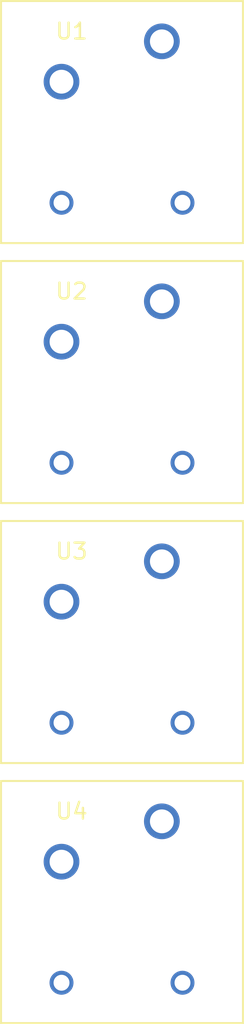
<source format=kicad_pcb>
(kicad_pcb (version 20240108) (generator "pcbnew") (generator_version "8.0")
  (layers (0 "F.Cu" signal) (31 "B.Cu" signal) (34 "B.Paste" user) (35 "F.Paste" user) (36 "B.SilkS" user "B.Silkscreen") (37 "F.SilkS" user "F.Silkscreen") (38 "B.Mask" user) (39 "F.Mask" user) (44 "Edge.Cuts" user))
  (net 0 "")
  (footprint "pedrolib:CHERRY_MX1A-11NN_SWITCH" (layer "F.Cu") (at 99.89 105.653)
    (property "Reference" "U3" (at -3.175 -5.715 0) (layer "F.SilkS"))
    (property "Value" "MX1A-11NN")
    (fp_line (start -7.62 -7.62) (end 7.62 -7.62) (stroke (width 0.127)) (layer "F.SilkS"))
    (fp_line (start -7.62 7.62) (end -7.62 -7.62) (stroke (width 0.127)) (layer "F.SilkS"))
    (fp_line (start 7.62 -7.62) (end 7.62 7.62) (stroke (width 0.127)) (layer "F.SilkS"))
    (fp_line (start 7.62 7.62) (end -7.62 7.62) (stroke (width 0.127)) (layer "F.SilkS"))
    (pad "" np_thru_hole circle (at -5 0) (size 1.7 1.7) (drill 1.7) (layers "*.Cu" "*.Mask"))
    (pad "" np_thru_hole circle (at 0 0) (size 3.9878 3.9878) (drill 3.9878) (layers "*.Cu" "*.Mask"))
    (pad "" np_thru_hole circle (at 5 0) (size 1.7 1.7) (drill 1.7) (layers "*.Cu" "*.Mask"))
    (pad "BR1" thru_hole circle (at -3.81 5.08) (size 1.508 1.508) (drill 1) (layers "*.Cu" "*.Mask"))
    (pad "BR2" thru_hole circle (at 3.81 5.08) (size 1.508 1.508) (drill 1) (layers "*.Cu" "*.Mask"))
    (pad "P$1" thru_hole circle (at 2.51 -5.08) (size 2.25 2.25) (drill 1.5) (layers "*.Cu" "*.Mask"))
    (pad "P$2" thru_hole circle (at -3.81 -2.54) (size 2.25 2.25) (drill 1.5) (layers "*.Cu" "*.Mask"))
  )
  (footprint "pedrolib:CHERRY_MX1A-11NN_SWITCH" (layer "F.Cu") (at 99.89 122.02)
    (property "Reference" "U4" (at -3.175 -5.715 0) (layer "F.SilkS"))
    (property "Value" "MX1A-11NN")
    (fp_line (start -7.62 -7.62) (end 7.62 -7.62) (stroke (width 0.127)) (layer "F.SilkS"))
    (fp_line (start -7.62 7.62) (end -7.62 -7.62) (stroke (width 0.127)) (layer "F.SilkS"))
    (fp_line (start 7.62 -7.62) (end 7.62 7.62) (stroke (width 0.127)) (layer "F.SilkS"))
    (fp_line (start 7.62 7.62) (end -7.62 7.62) (stroke (width 0.127)) (layer "F.SilkS"))
    (pad "" np_thru_hole circle (at -5 0) (size 1.7 1.7) (drill 1.7) (layers "*.Cu" "*.Mask"))
    (pad "" np_thru_hole circle (at 0 0) (size 3.9878 3.9878) (drill 3.9878) (layers "*.Cu" "*.Mask"))
    (pad "" np_thru_hole circle (at 5 0) (size 1.7 1.7) (drill 1.7) (layers "*.Cu" "*.Mask"))
    (pad "BR1" thru_hole circle (at -3.81 5.08) (size 1.508 1.508) (drill 1) (layers "*.Cu" "*.Mask"))
    (pad "BR2" thru_hole circle (at 3.81 5.08) (size 1.508 1.508) (drill 1) (layers "*.Cu" "*.Mask"))
    (pad "P$1" thru_hole circle (at 2.51 -5.08) (size 2.25 2.25) (drill 1.5) (layers "*.Cu" "*.Mask"))
    (pad "P$2" thru_hole circle (at -3.81 -2.54) (size 2.25 2.25) (drill 1.5) (layers "*.Cu" "*.Mask"))
  )
  (footprint "pedrolib:CHERRY_MX1A-11NN_SWITCH" (layer "F.Cu") (at 99.89 72.919)
    (property "Reference" "U1" (at -3.175 -5.715 0) (layer "F.SilkS"))
    (property "Value" "MX1A-11NN")
    (fp_line (start -7.62 -7.62) (end 7.62 -7.62) (stroke (width 0.127)) (layer "F.SilkS"))
    (fp_line (start -7.62 7.62) (end -7.62 -7.62) (stroke (width 0.127)) (layer "F.SilkS"))
    (fp_line (start 7.62 -7.62) (end 7.62 7.62) (stroke (width 0.127)) (layer "F.SilkS"))
    (fp_line (start 7.62 7.62) (end -7.62 7.62) (stroke (width 0.127)) (layer "F.SilkS"))
    (pad "" np_thru_hole circle (at -5 0) (size 1.7 1.7) (drill 1.7) (layers "*.Cu" "*.Mask"))
    (pad "" np_thru_hole circle (at 0 0) (size 3.9878 3.9878) (drill 3.9878) (layers "*.Cu" "*.Mask"))
    (pad "" np_thru_hole circle (at 5 0) (size 1.7 1.7) (drill 1.7) (layers "*.Cu" "*.Mask"))
    (pad "BR1" thru_hole circle (at -3.81 5.08) (size 1.508 1.508) (drill 1) (layers "*.Cu" "*.Mask"))
    (pad "BR2" thru_hole circle (at 3.81 5.08) (size 1.508 1.508) (drill 1) (layers "*.Cu" "*.Mask"))
    (pad "P$1" thru_hole circle (at 2.51 -5.08) (size 2.25 2.25) (drill 1.5) (layers "*.Cu" "*.Mask"))
    (pad "P$2" thru_hole circle (at -3.81 -2.54) (size 2.25 2.25) (drill 1.5) (layers "*.Cu" "*.Mask"))
  )
  (footprint "pedrolib:CHERRY_MX1A-11NN_SWITCH" (layer "F.Cu") (at 99.89 89.286)
    (property "Reference" "U2" (at -3.175 -5.715 0) (layer "F.SilkS"))
    (property "Value" "MX1A-11NN")
    (fp_line (start -7.62 -7.62) (end 7.62 -7.62) (stroke (width 0.127)) (layer "F.SilkS"))
    (fp_line (start -7.62 7.62) (end -7.62 -7.62) (stroke (width 0.127)) (layer "F.SilkS"))
    (fp_line (start 7.62 -7.62) (end 7.62 7.62) (stroke (width 0.127)) (layer "F.SilkS"))
    (fp_line (start 7.62 7.62) (end -7.62 7.62) (stroke (width 0.127)) (layer "F.SilkS"))
    (pad "" np_thru_hole circle (at -5 0) (size 1.7 1.7) (drill 1.7) (layers "*.Cu" "*.Mask"))
    (pad "" np_thru_hole circle (at 0 0) (size 3.9878 3.9878) (drill 3.9878) (layers "*.Cu" "*.Mask"))
    (pad "" np_thru_hole circle (at 5 0) (size 1.7 1.7) (drill 1.7) (layers "*.Cu" "*.Mask"))
    (pad "BR1" thru_hole circle (at -3.81 5.08) (size 1.508 1.508) (drill 1) (layers "*.Cu" "*.Mask"))
    (pad "BR2" thru_hole circle (at 3.81 5.08) (size 1.508 1.508) (drill 1) (layers "*.Cu" "*.Mask"))
    (pad "P$1" thru_hole circle (at 2.51 -5.08) (size 2.25 2.25) (drill 1.5) (layers "*.Cu" "*.Mask"))
    (pad "P$2" thru_hole circle (at -3.81 -2.54) (size 2.25 2.25) (drill 1.5) (layers "*.Cu" "*.Mask"))
  )
)
</source>
